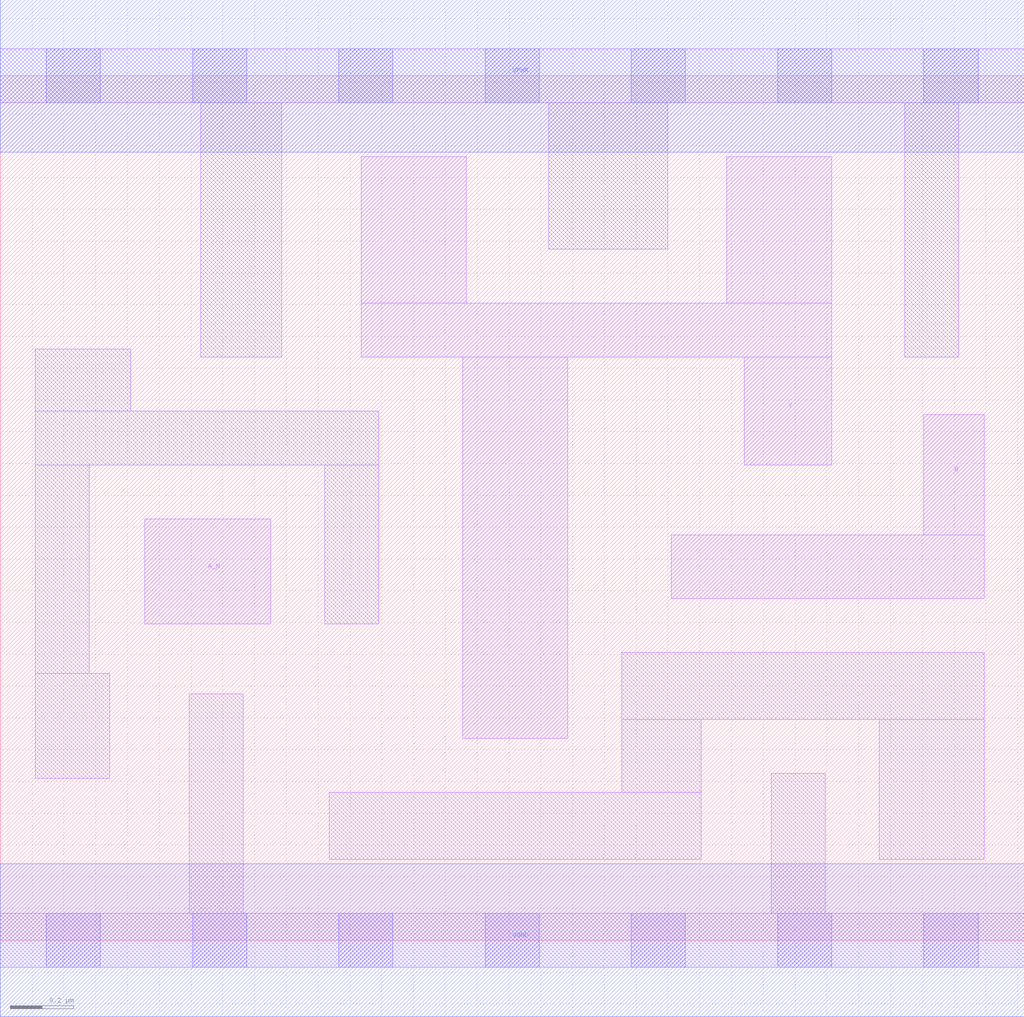
<source format=lef>
# Copyright 2020 The SkyWater PDK Authors
#
# Licensed under the Apache License, Version 2.0 (the "License");
# you may not use this file except in compliance with the License.
# You may obtain a copy of the License at
#
#     https://www.apache.org/licenses/LICENSE-2.0
#
# Unless required by applicable law or agreed to in writing, software
# distributed under the License is distributed on an "AS IS" BASIS,
# WITHOUT WARRANTIES OR CONDITIONS OF ANY KIND, either express or implied.
# See the License for the specific language governing permissions and
# limitations under the License.
#
# SPDX-License-Identifier: Apache-2.0

VERSION 5.7 ;
  NOWIREEXTENSIONATPIN ON ;
  DIVIDERCHAR "/" ;
  BUSBITCHARS "[]" ;
UNITS
  DATABASE MICRONS 200 ;
END UNITS
PROPERTYDEFINITIONS
  MACRO maskLayoutSubType STRING ;
  MACRO prCellType STRING ;
  MACRO originalViewName STRING ;
END PROPERTYDEFINITIONS
MACRO sky130_fd_sc_hdll__nand2b_2
  CLASS CORE ;
  FOREIGN sky130_fd_sc_hdll__nand2b_2 ;
  ORIGIN  0.000000  0.000000 ;
  SIZE  3.220000 BY  2.720000 ;
  SYMMETRY X Y R90 ;
  SITE unithd ;
  PIN A_N
    ANTENNAGATEAREA  0.138600 ;
    DIRECTION INPUT ;
    USE SIGNAL ;
    PORT
      LAYER li1 ;
        RECT 0.455000 0.995000 0.850000 1.325000 ;
    END
  END A_N
  PIN B
    ANTENNAGATEAREA  0.555000 ;
    DIRECTION INPUT ;
    USE SIGNAL ;
    PORT
      LAYER li1 ;
        RECT 2.110000 1.075000 3.095000 1.275000 ;
        RECT 2.905000 1.275000 3.095000 1.655000 ;
    END
  END B
  PIN Y
    ANTENNADIFFAREA  0.825500 ;
    DIRECTION OUTPUT ;
    USE SIGNAL ;
    PORT
      LAYER li1 ;
        RECT 1.135000 1.835000 2.615000 2.005000 ;
        RECT 1.135000 2.005000 1.465000 2.465000 ;
        RECT 1.455000 0.635000 1.785000 1.835000 ;
        RECT 2.285000 2.005000 2.615000 2.465000 ;
        RECT 2.340000 1.495000 2.615000 1.835000 ;
    END
  END Y
  PIN VGND
    DIRECTION INOUT ;
    USE GROUND ;
    PORT
      LAYER met1 ;
        RECT 0.000000 -0.240000 3.220000 0.240000 ;
    END
  END VGND
  PIN VPWR
    DIRECTION INOUT ;
    USE POWER ;
    PORT
      LAYER met1 ;
        RECT 0.000000 2.480000 3.220000 2.960000 ;
    END
  END VPWR
  OBS
    LAYER li1 ;
      RECT 0.000000 -0.085000 3.220000 0.085000 ;
      RECT 0.000000  2.635000 3.220000 2.805000 ;
      RECT 0.110000  0.510000 0.345000 0.840000 ;
      RECT 0.110000  0.840000 0.280000 1.495000 ;
      RECT 0.110000  1.495000 1.190000 1.665000 ;
      RECT 0.110000  1.665000 0.410000 1.860000 ;
      RECT 0.595000  0.085000 0.765000 0.775000 ;
      RECT 0.630000  1.835000 0.885000 2.635000 ;
      RECT 1.020000  0.995000 1.190000 1.495000 ;
      RECT 1.035000  0.255000 2.205000 0.465000 ;
      RECT 1.725000  2.175000 2.100000 2.635000 ;
      RECT 1.955000  0.465000 2.205000 0.695000 ;
      RECT 1.955000  0.695000 3.095000 0.905000 ;
      RECT 2.425000  0.085000 2.595000 0.525000 ;
      RECT 2.765000  0.255000 3.095000 0.695000 ;
      RECT 2.845000  1.835000 3.015000 2.635000 ;
    LAYER mcon ;
      RECT 0.145000 -0.085000 0.315000 0.085000 ;
      RECT 0.145000  2.635000 0.315000 2.805000 ;
      RECT 0.605000 -0.085000 0.775000 0.085000 ;
      RECT 0.605000  2.635000 0.775000 2.805000 ;
      RECT 1.065000 -0.085000 1.235000 0.085000 ;
      RECT 1.065000  2.635000 1.235000 2.805000 ;
      RECT 1.525000 -0.085000 1.695000 0.085000 ;
      RECT 1.525000  2.635000 1.695000 2.805000 ;
      RECT 1.985000 -0.085000 2.155000 0.085000 ;
      RECT 1.985000  2.635000 2.155000 2.805000 ;
      RECT 2.445000 -0.085000 2.615000 0.085000 ;
      RECT 2.445000  2.635000 2.615000 2.805000 ;
      RECT 2.905000 -0.085000 3.075000 0.085000 ;
      RECT 2.905000  2.635000 3.075000 2.805000 ;
  END
  PROPERTY maskLayoutSubType "abstract" ;
  PROPERTY prCellType "standard" ;
  PROPERTY originalViewName "layout" ;
END sky130_fd_sc_hdll__nand2b_2
END LIBRARY

</source>
